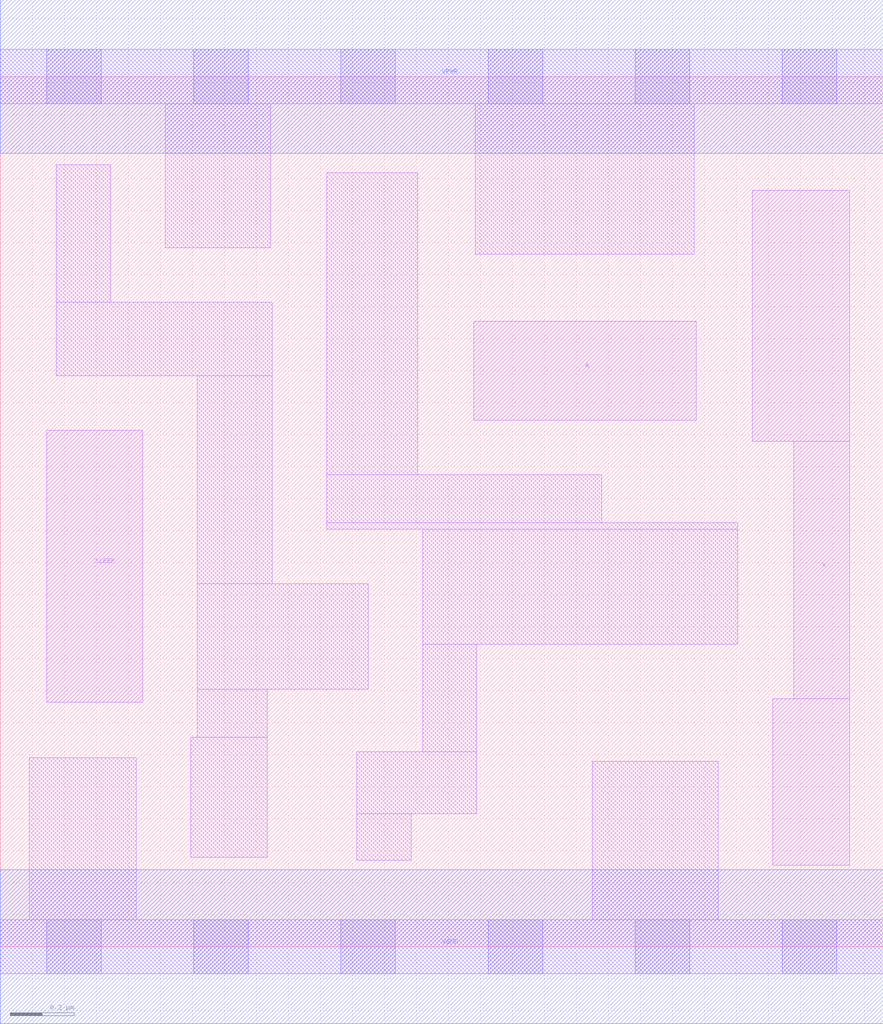
<source format=lef>
# Copyright 2020 The SkyWater PDK Authors
#
# Licensed under the Apache License, Version 2.0 (the "License");
# you may not use this file except in compliance with the License.
# You may obtain a copy of the License at
#
#     https://www.apache.org/licenses/LICENSE-2.0
#
# Unless required by applicable law or agreed to in writing, software
# distributed under the License is distributed on an "AS IS" BASIS,
# WITHOUT WARRANTIES OR CONDITIONS OF ANY KIND, either express or implied.
# See the License for the specific language governing permissions and
# limitations under the License.
#
# SPDX-License-Identifier: Apache-2.0

VERSION 5.7 ;
  NAMESCASESENSITIVE ON ;
  NOWIREEXTENSIONATPIN ON ;
  DIVIDERCHAR "/" ;
  BUSBITCHARS "[]" ;
UNITS
  DATABASE MICRONS 200 ;
END UNITS
MACRO sky130_fd_sc_hd__lpflow_inputiso0p_1
  CLASS CORE ;
  SOURCE USER ;
  FOREIGN sky130_fd_sc_hd__lpflow_inputiso0p_1 ;
  ORIGIN  0.000000  0.000000 ;
  SIZE  2.760000 BY  2.720000 ;
  SYMMETRY X Y R90 ;
  SITE unithd ;
  PIN A
    ANTENNAGATEAREA  0.126000 ;
    DIRECTION INPUT ;
    USE SIGNAL ;
    PORT
      LAYER li1 ;
        RECT 1.480000 1.645000 2.175000 1.955000 ;
    END
  END A
  PIN SLEEP
    ANTENNAGATEAREA  0.126000 ;
    DIRECTION INPUT ;
    USE SIGNAL ;
    PORT
      LAYER li1 ;
        RECT 0.145000 0.765000 0.445000 1.615000 ;
    END
  END SLEEP
  PIN X
    ANTENNADIFFAREA  0.429000 ;
    DIRECTION OUTPUT ;
    USE SIGNAL ;
    PORT
      LAYER li1 ;
        RECT 2.350000 1.580000 2.655000 2.365000 ;
        RECT 2.415000 0.255000 2.655000 0.775000 ;
        RECT 2.480000 0.775000 2.655000 1.580000 ;
    END
  END X
  PIN VGND
    DIRECTION INOUT ;
    SHAPE ABUTMENT ;
    USE GROUND ;
    PORT
      LAYER met1 ;
        RECT 0.000000 -0.240000 2.760000 0.240000 ;
    END
  END VGND
  PIN VPWR
    DIRECTION INOUT ;
    SHAPE ABUTMENT ;
    USE POWER ;
    PORT
      LAYER met1 ;
        RECT 0.000000 2.480000 2.760000 2.960000 ;
    END
  END VPWR
  OBS
    LAYER li1 ;
      RECT 0.000000 -0.085000 2.760000 0.085000 ;
      RECT 0.000000  2.635000 2.760000 2.805000 ;
      RECT 0.090000  0.085000 0.425000 0.590000 ;
      RECT 0.175000  1.785000 0.850000 2.015000 ;
      RECT 0.175000  2.015000 0.345000 2.445000 ;
      RECT 0.515000  2.185000 0.845000 2.635000 ;
      RECT 0.595000  0.280000 0.835000 0.655000 ;
      RECT 0.615000  0.655000 0.835000 0.805000 ;
      RECT 0.615000  0.805000 1.150000 1.135000 ;
      RECT 0.615000  1.135000 0.850000 1.785000 ;
      RECT 1.020000  1.305000 2.305000 1.325000 ;
      RECT 1.020000  1.325000 1.880000 1.475000 ;
      RECT 1.020000  1.475000 1.305000 2.420000 ;
      RECT 1.115000  0.270000 1.285000 0.415000 ;
      RECT 1.115000  0.415000 1.490000 0.610000 ;
      RECT 1.320000  0.610000 1.490000 0.945000 ;
      RECT 1.320000  0.945000 2.305000 1.305000 ;
      RECT 1.485000  2.165000 2.170000 2.635000 ;
      RECT 1.850000  0.085000 2.245000 0.580000 ;
    LAYER mcon ;
      RECT 0.145000 -0.085000 0.315000 0.085000 ;
      RECT 0.145000  2.635000 0.315000 2.805000 ;
      RECT 0.605000 -0.085000 0.775000 0.085000 ;
      RECT 0.605000  2.635000 0.775000 2.805000 ;
      RECT 1.065000 -0.085000 1.235000 0.085000 ;
      RECT 1.065000  2.635000 1.235000 2.805000 ;
      RECT 1.525000 -0.085000 1.695000 0.085000 ;
      RECT 1.525000  2.635000 1.695000 2.805000 ;
      RECT 1.985000 -0.085000 2.155000 0.085000 ;
      RECT 1.985000  2.635000 2.155000 2.805000 ;
      RECT 2.445000 -0.085000 2.615000 0.085000 ;
      RECT 2.445000  2.635000 2.615000 2.805000 ;
  END
END sky130_fd_sc_hd__lpflow_inputiso0p_1
END LIBRARY

</source>
